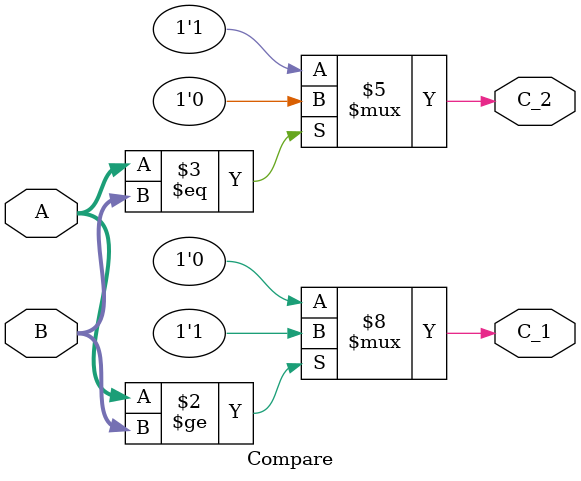
<source format=v>

`timescale 1ns/1ps
`define bits 8
`define S0 3'b000
`define S1 3'b001
`define S2 3'b010
`define S3 3'b011
`define S4 3'b100
`define S5 3'b101
`define S6 3'b110
`define S7 3'b111

module GCD (
  input  start, clk, rst_n,
  input  [`bits-1:0] inport,
  output done,
  output [`bits-1:0] outport
  );

wire load_A, load_B, load_R, M2_sel, M3_sel;
wire [1:0] M1_sel;
wire C_1, C_2;
wire In_S4;

Controller Controller (
  .start(start),
  .C_1(C_1),
  .C_2(C_2),
  .rst_n(rst_n),
  .clk(clk),
  .load_A(load_A),
  .load_B(load_B),
  .load_R(load_R),
  .M1_sel (M1_sel),
  .M2_sel (M2_sel),
  .M3_sel (M3_sel),
  .done(done),
  .In_S4(In_S4)
);

Datapath Datapath (
  .inport(inport),
  .load_A(load_A),
  .load_B(load_B),
  .load_R(load_R),
  .M1_sel (M1_sel),
  .M2_sel (M2_sel),
  .M3_sel (M3_sel),
  .clk(clk),
  .rst_n(rst_n),
  .In_S4(In_S4),
  .outport(outport),
  .C_1(C_1),
  .C_2(C_2)
);

endmodule

module Controller (
  input start, C_1, C_2 , rst_n, clk,
  output reg load_A, load_B, load_R, M2_sel, M3_sel, done, In_S4,
  output reg [1:0] M1_sel
  );

reg [2:0] Current_State, Next_State;

// State Register
always @(posedge clk or negedge rst_n) begin
  if(!rst_n)
    Current_State <= `S0;
  else
    Current_State <= Next_State;
end

// Next_State Logic
always @(*) begin
  case (Current_State)
  `S0: begin
    if(!start)
      Next_State = `S0;
    else
      Next_State = `S1;
  end
 
  `S1: begin
    Next_State = `S2;
  end
 
  `S2: begin
    Next_State = `S3;
  end
 
  `S3: begin
    if(!C_1)
      Next_State = `S5;
    else
      Next_State = `S4;
  end
 
  `S4: begin
    Next_State = `S3;
  end
 
  `S5: begin
    if(!C_2)
      Next_State = `S7;
    else
      Next_State = `S6;
  end
 
  `S6: begin
    Next_State = `S3;
  end
 
  `S7: begin
    Next_State = `S0;
  end

  endcase
end

// Output Logic
always @(*) begin
  case (Current_State)
  `S0: begin
    load_A = 1'b0;
    load_B = 1'b0;
    load_R = 1'b0;
    M1_sel = 2'b00;
    M2_sel = 1'b0;
    M3_sel = 1'b0;
    done = 1'b0;
    In_S4 = 1'b0;
  end
 
  `S1: begin
    load_A = 1'b1;
    load_B = 1'b0;
    load_R = 1'b0;
    M1_sel = 2'b01;
    M2_sel = 1'b0;
    M3_sel = 1'b0;
    done = 1'b0;
    In_S4 = 1'b0;
  end
 
  `S2: begin
    load_A = 1'b0;
    load_B = 1'b1;
    load_R = 1'b0;
    M1_sel = 2'b00;
    M2_sel = 1'b0;
    M3_sel = 1'b0;
    done = 1'b0;
    In_S4 = 1'b0;
  end
 
  `S3: begin
    load_A = 1'b0;
    load_B = 1'b0;
    load_R = 1'b0;
    M1_sel = 2'b00;
    M2_sel = 1'b0;
    M3_sel = 1'b0;
    done = 1'b0;
    In_S4 = 1'b0;
  end
 
  `S4: begin
    load_A = 1'b1;
    load_B = 1'b0;
    load_R = 1'b0;
    M1_sel = 2'b00;
    M2_sel = 1'b0;
    M3_sel = 1'b0;
    done = 1'b0;
    In_S4 = 1'b1;
  end
 
  `S5: begin
    load_A = 1'b0;
    load_B = 1'b0;
    load_R = 1'b1;
    M1_sel = 2'b00;
    M2_sel = 1'b0;
    M3_sel = 1'b1;
    done = 1'b0;
    In_S4 = 1'b0;
  end
 
  `S6: begin
    load_A = 1'b1;
    load_B = 1'b1;
    load_R = 1'b0;
    M1_sel = 2'b10;
    M2_sel = 1'b1;
    M3_sel = 1'b0;
    done = 1'b0;
    In_S4 = 1'b0;
  end
 
  `S7: begin
    load_A = 1'b0;
    load_B = 1'b0;
    load_R = 1'b0;
    M1_sel = 2'b00;
    M2_sel = 1'b0;
    M3_sel = 1'b0;
    done = 1'b1;
    In_S4 = 1'b0;
  end

  endcase
end

endmodule

module Datapath (
  input  [`bits-1:0] inport,
  input load_A, load_B, load_R, M2_sel, M3_sel,
  input [1:0] M1_sel,
  input  clk, rst_n,
  input In_S4,
  output [`bits-1:0] outport,
  output C_1, C_2
  );

wire [`bits-1:0] M1_OUT, M2_OUT, M3_OUT, Fsub, A_reg, B_reg, R_reg, A_D, B_D;

Register A (
  .D(M1_OUT),
  .reset(rst_n),
  .clk(clk),
  .load(load_A),
  .Q(A_reg)
);

Register B (
  .D(M2_OUT),
  .reset(rst_n),
  .clk(clk),
  .load(load_B),
  .Q(B_reg)
);

Register R (
  .D(A_reg),
  .reset(rst_n),
  .clk(clk),
  .load(load_R),
  .Q(R_reg)
);

MUX3 M1 (
  .A(Fsub),
  .B(inport),
  .C(B_reg),
  .S(M1_sel),
  .Y(M1_OUT)
);

MUX2 M2 (
  .A(inport),
  .B(R_reg),
  .S(M2_sel),
  .Y(M2_OUT)
);

MUX2 M3 (
  .A(B_reg),
  .B(8'd0),
  .S(M3_sel),
  .Y(M3_OUT)
);

assign A_D = A_reg & {`bits{In_S4}};
assign B_D = B_reg & {`bits{In_S4}};

Sub FU1 (
  .A(A_D),
  .B(B_D),
  .Sub(Fsub)
);

Compare FU2(
  .A(A_reg),
  .B(M3_OUT),
  .C_1(C_1),
  .C_2(C_2)
);

assign outport = B_reg;

endmodule

module Register (
  input  [`bits-1:0] D,
  input  reset, clk, load,
  output reg [`bits-1:0] Q
  );

  always @(posedge clk or negedge reset) begin
  if(!reset)
    Q <= 8'b0;
  else if(load)
    Q <= D;
  end

endmodule

module MUX2 (
  input [`bits-1:0] A, B,
  input  S,
  output reg [`bits-1:0] Y
  );

  always @(*) begin
  case (S)
    1'b0: Y = A;
    1'b1: Y = B;
  endcase
  end

endmodule

module MUX3 (
  input  [`bits-1:0] A, B, C,
  input  [1:0] S,
  output reg [`bits-1:0] Y
  );

  always @(*) begin
  case (S)
    2'b00: Y = A;
    2'b01: Y = B;
    2'b10: Y = C;
    default : Y = A;
  endcase
  end

endmodule

module Sub (
  input  [`bits-1:0] A, B,
  output [`bits-1:0] Sub
  );

  assign Sub = A - B;

endmodule

module Compare (
  input [`bits-1:0] A, B,
  output reg C_1, C_2
  );

  always @(*) begin
  if( A >= B )
    C_1 = 1'b1;
  else
    C_1 = 1'b0;
 
  if( A == B )
   C_2 = 1'b0;
  else
   C_2 = 1'b1;
  end

endmodule

</source>
